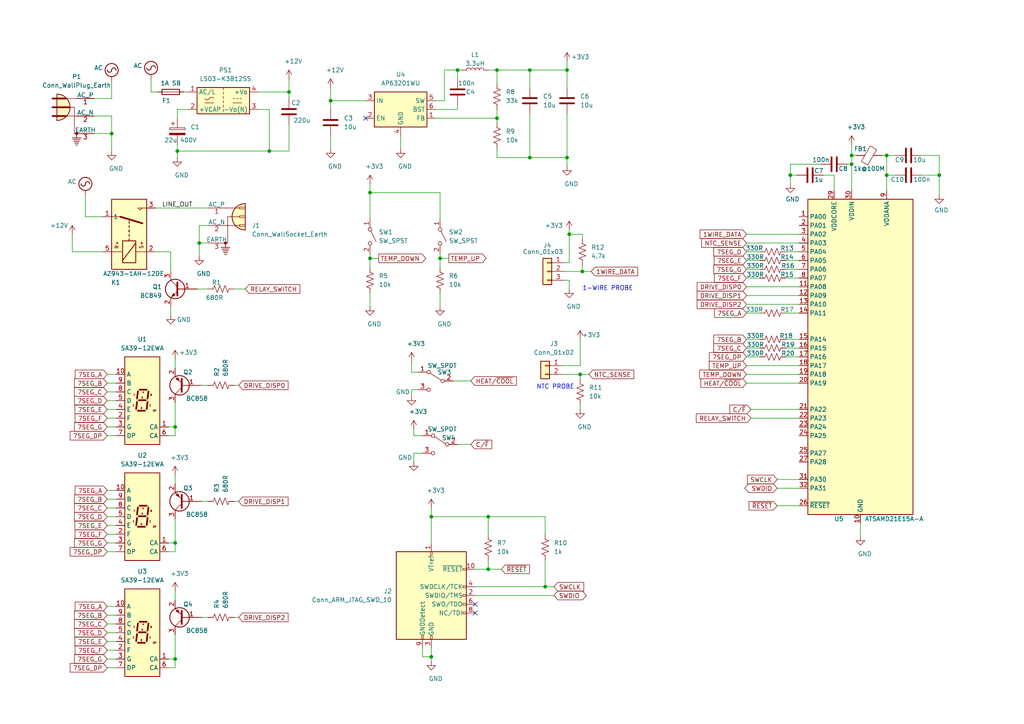
<source format=kicad_sch>
(kicad_sch (version 20201015) (generator eeschema)
  (paper "A4")
  (junction (at 32.385 38.735) (diameter 0.9144))
  (junction (at 50.8 123.825) (diameter 0.9144))
  (junction (at 50.8 157.48) (diameter 0.9144))
  (junction (at 50.8 191.135) (diameter 0.9144))
  (junction (at 51.435 43.815) (diameter 0.9144))
  (junction (at 57.785 70.485) (diameter 0.9144))
  (junction (at 78.105 43.815) (diameter 0.9144))
  (junction (at 83.82 26.67) (diameter 0.9144))
  (junction (at 95.885 29.21) (diameter 0.9144))
  (junction (at 107.315 55.88) (diameter 0.9144))
  (junction (at 107.315 74.93) (diameter 0.9144))
  (junction (at 125.095 149.86) (diameter 0.9144))
  (junction (at 125.095 190.5) (diameter 0.9144))
  (junction (at 127.635 74.93) (diameter 0.9144))
  (junction (at 132.715 20.32) (diameter 0.9144))
  (junction (at 141.605 149.86) (diameter 0.9144))
  (junction (at 141.605 165.1) (diameter 0.9144))
  (junction (at 144.145 20.32) (diameter 0.9144))
  (junction (at 144.145 34.29) (diameter 0.9144))
  (junction (at 153.67 20.32) (diameter 0.9144))
  (junction (at 153.67 45.72) (diameter 0.9144))
  (junction (at 158.115 170.18) (diameter 0.9144))
  (junction (at 164.465 20.32) (diameter 0.9144))
  (junction (at 164.465 45.72) (diameter 0.9144))
  (junction (at 165.1 67.945) (diameter 0.9144))
  (junction (at 168.275 108.585) (diameter 0.9144))
  (junction (at 168.91 78.74) (diameter 0.9144))
  (junction (at 229.235 50.8) (diameter 0.9144))
  (junction (at 247.015 45.085) (diameter 0.9144))
  (junction (at 247.015 47.625) (diameter 0.9144))
  (junction (at 257.175 45.085) (diameter 0.9144))
  (junction (at 257.175 50.8) (diameter 0.9144))
  (junction (at 272.415 50.8) (diameter 0.9144))
  (no_connect (at 106.045 34.29))
  (no_connect (at 137.795 177.8))
  (no_connect (at 137.795 175.26))
  (wire (pts (xy 20.955 73.025) (xy 20.955 67.945)))
  (wire (pts (xy 20.955 73.025) (xy 29.845 73.025)))
  (wire (pts (xy 24.765 56.515) (xy 24.765 62.865)))
  (wire (pts (xy 24.765 62.865) (xy 29.845 62.865)))
  (wire (pts (xy 27.305 33.655) (xy 32.385 33.655)))
  (wire (pts (xy 31.115 108.585) (xy 33.655 108.585)))
  (wire (pts (xy 31.115 111.125) (xy 33.655 111.125)))
  (wire (pts (xy 31.115 113.665) (xy 33.655 113.665)))
  (wire (pts (xy 31.115 116.205) (xy 33.655 116.205)))
  (wire (pts (xy 31.115 118.745) (xy 33.655 118.745)))
  (wire (pts (xy 31.115 121.285) (xy 33.655 121.285)))
  (wire (pts (xy 31.115 123.825) (xy 33.655 123.825)))
  (wire (pts (xy 31.115 126.365) (xy 33.655 126.365)))
  (wire (pts (xy 31.115 142.24) (xy 33.655 142.24)))
  (wire (pts (xy 31.115 144.78) (xy 33.655 144.78)))
  (wire (pts (xy 31.115 147.32) (xy 33.655 147.32)))
  (wire (pts (xy 31.115 149.86) (xy 33.655 149.86)))
  (wire (pts (xy 31.115 152.4) (xy 33.655 152.4)))
  (wire (pts (xy 31.115 154.94) (xy 33.655 154.94)))
  (wire (pts (xy 31.115 157.48) (xy 33.655 157.48)))
  (wire (pts (xy 31.115 160.02) (xy 33.655 160.02)))
  (wire (pts (xy 31.115 175.895) (xy 33.655 175.895)))
  (wire (pts (xy 31.115 178.435) (xy 33.655 178.435)))
  (wire (pts (xy 31.115 180.975) (xy 33.655 180.975)))
  (wire (pts (xy 31.115 183.515) (xy 33.655 183.515)))
  (wire (pts (xy 31.115 186.055) (xy 33.655 186.055)))
  (wire (pts (xy 31.115 188.595) (xy 33.655 188.595)))
  (wire (pts (xy 31.115 191.135) (xy 33.655 191.135)))
  (wire (pts (xy 31.115 193.675) (xy 33.655 193.675)))
  (wire (pts (xy 32.385 23.495) (xy 32.385 28.575)))
  (wire (pts (xy 32.385 28.575) (xy 27.305 28.575)))
  (wire (pts (xy 32.385 33.655) (xy 32.385 38.735)))
  (wire (pts (xy 32.385 38.735) (xy 27.305 38.735)))
  (wire (pts (xy 32.385 43.815) (xy 32.385 38.735)))
  (wire (pts (xy 43.815 22.86) (xy 43.815 26.67)))
  (wire (pts (xy 43.815 26.67) (xy 45.72 26.67)))
  (wire (pts (xy 45.085 60.325) (xy 60.325 60.325)))
  (wire (pts (xy 48.895 123.825) (xy 50.8 123.825)))
  (wire (pts (xy 48.895 126.365) (xy 50.8 126.365)))
  (wire (pts (xy 48.895 157.48) (xy 50.8 157.48)))
  (wire (pts (xy 48.895 160.02) (xy 50.8 160.02)))
  (wire (pts (xy 48.895 191.135) (xy 50.8 191.135)))
  (wire (pts (xy 48.895 193.675) (xy 50.8 193.675)))
  (wire (pts (xy 49.53 73.025) (xy 45.085 73.025)))
  (wire (pts (xy 49.53 78.74) (xy 49.53 73.025)))
  (wire (pts (xy 49.53 88.9) (xy 49.53 91.44)))
  (wire (pts (xy 50.8 104.14) (xy 50.8 106.68)))
  (wire (pts (xy 50.8 116.84) (xy 50.8 123.825)))
  (wire (pts (xy 50.8 123.825) (xy 50.8 126.365)))
  (wire (pts (xy 50.8 137.795) (xy 50.8 140.335)))
  (wire (pts (xy 50.8 150.495) (xy 50.8 157.48)))
  (wire (pts (xy 50.8 157.48) (xy 50.8 160.02)))
  (wire (pts (xy 50.8 171.45) (xy 50.8 173.99)))
  (wire (pts (xy 50.8 184.15) (xy 50.8 191.135)))
  (wire (pts (xy 50.8 191.135) (xy 50.8 193.675)))
  (wire (pts (xy 51.435 31.75) (xy 51.435 34.29)))
  (wire (pts (xy 51.435 41.91) (xy 51.435 43.815)))
  (wire (pts (xy 51.435 43.815) (xy 51.435 45.72)))
  (wire (pts (xy 53.34 26.67) (xy 54.61 26.67)))
  (wire (pts (xy 54.61 31.75) (xy 51.435 31.75)))
  (wire (pts (xy 57.15 83.82) (xy 60.325 83.82)))
  (wire (pts (xy 57.785 65.405) (xy 57.785 70.485)))
  (wire (pts (xy 57.785 70.485) (xy 57.785 74.295)))
  (wire (pts (xy 57.785 70.485) (xy 60.325 70.485)))
  (wire (pts (xy 58.42 111.76) (xy 60.325 111.76)))
  (wire (pts (xy 58.42 145.415) (xy 60.325 145.415)))
  (wire (pts (xy 58.42 179.07) (xy 60.325 179.07)))
  (wire (pts (xy 60.325 65.405) (xy 57.785 65.405)))
  (wire (pts (xy 67.945 83.82) (xy 71.12 83.82)))
  (wire (pts (xy 67.945 111.76) (xy 69.215 111.76)))
  (wire (pts (xy 67.945 145.415) (xy 69.215 145.415)))
  (wire (pts (xy 67.945 179.07) (xy 69.215 179.07)))
  (wire (pts (xy 74.93 26.67) (xy 83.82 26.67)))
  (wire (pts (xy 78.105 31.75) (xy 74.93 31.75)))
  (wire (pts (xy 78.105 31.75) (xy 78.105 43.815)))
  (wire (pts (xy 78.105 43.815) (xy 51.435 43.815)))
  (wire (pts (xy 83.82 22.86) (xy 83.82 26.67)))
  (wire (pts (xy 83.82 28.575) (xy 83.82 26.67)))
  (wire (pts (xy 83.82 36.195) (xy 83.82 43.815)))
  (wire (pts (xy 83.82 43.815) (xy 78.105 43.815)))
  (wire (pts (xy 95.885 25.4) (xy 95.885 29.21)))
  (wire (pts (xy 95.885 29.21) (xy 95.885 31.75)))
  (wire (pts (xy 95.885 29.21) (xy 106.045 29.21)))
  (wire (pts (xy 95.885 39.37) (xy 95.885 43.18)))
  (wire (pts (xy 107.315 53.34) (xy 107.315 55.88)))
  (wire (pts (xy 107.315 55.88) (xy 107.315 63.5)))
  (wire (pts (xy 107.315 55.88) (xy 127.635 55.88)))
  (wire (pts (xy 107.315 73.66) (xy 107.315 74.93)))
  (wire (pts (xy 107.315 74.93) (xy 107.315 77.47)))
  (wire (pts (xy 107.315 74.93) (xy 109.855 74.93)))
  (wire (pts (xy 107.315 85.09) (xy 107.315 88.9)))
  (wire (pts (xy 116.205 39.37) (xy 116.205 43.18)))
  (wire (pts (xy 119.38 104.775) (xy 119.38 107.95)))
  (wire (pts (xy 119.38 107.95) (xy 121.285 107.95)))
  (wire (pts (xy 119.38 113.03) (xy 121.285 113.03)))
  (wire (pts (xy 119.38 114.935) (xy 119.38 113.03)))
  (wire (pts (xy 120.015 124.46) (xy 120.015 126.365)))
  (wire (pts (xy 120.015 126.365) (xy 122.555 126.365)))
  (wire (pts (xy 120.015 131.445) (xy 120.015 133.985)))
  (wire (pts (xy 120.015 131.445) (xy 122.555 131.445)))
  (wire (pts (xy 122.555 187.96) (xy 122.555 190.5)))
  (wire (pts (xy 122.555 190.5) (xy 125.095 190.5)))
  (wire (pts (xy 125.095 147.32) (xy 125.095 149.86)))
  (wire (pts (xy 125.095 149.86) (xy 125.095 157.48)))
  (wire (pts (xy 125.095 149.86) (xy 141.605 149.86)))
  (wire (pts (xy 125.095 187.96) (xy 125.095 190.5)))
  (wire (pts (xy 125.095 190.5) (xy 125.095 191.77)))
  (wire (pts (xy 126.365 31.75) (xy 132.715 31.75)))
  (wire (pts (xy 127.635 55.88) (xy 127.635 63.5)))
  (wire (pts (xy 127.635 73.66) (xy 127.635 74.93)))
  (wire (pts (xy 127.635 74.93) (xy 127.635 77.47)))
  (wire (pts (xy 127.635 74.93) (xy 130.175 74.93)))
  (wire (pts (xy 127.635 85.09) (xy 127.635 88.9)))
  (wire (pts (xy 128.905 20.32) (xy 128.905 29.21)))
  (wire (pts (xy 128.905 29.21) (xy 126.365 29.21)))
  (wire (pts (xy 131.445 110.49) (xy 136.525 110.49)))
  (wire (pts (xy 132.715 20.32) (xy 128.905 20.32)))
  (wire (pts (xy 132.715 20.32) (xy 132.715 22.86)))
  (wire (pts (xy 132.715 30.48) (xy 132.715 31.75)))
  (wire (pts (xy 132.715 128.905) (xy 136.525 128.905)))
  (wire (pts (xy 133.985 20.32) (xy 132.715 20.32)))
  (wire (pts (xy 137.795 165.1) (xy 141.605 165.1)))
  (wire (pts (xy 137.795 170.18) (xy 158.115 170.18)))
  (wire (pts (xy 137.795 172.72) (xy 160.655 172.72)))
  (wire (pts (xy 141.605 20.32) (xy 144.145 20.32)))
  (wire (pts (xy 141.605 149.86) (xy 141.605 154.94)))
  (wire (pts (xy 141.605 149.86) (xy 158.115 149.86)))
  (wire (pts (xy 141.605 162.56) (xy 141.605 165.1)))
  (wire (pts (xy 141.605 165.1) (xy 145.415 165.1)))
  (wire (pts (xy 144.145 20.32) (xy 153.67 20.32)))
  (wire (pts (xy 144.145 24.13) (xy 144.145 20.32)))
  (wire (pts (xy 144.145 31.75) (xy 144.145 34.29)))
  (wire (pts (xy 144.145 34.29) (xy 126.365 34.29)))
  (wire (pts (xy 144.145 34.29) (xy 144.145 35.56)))
  (wire (pts (xy 144.145 45.72) (xy 144.145 43.18)))
  (wire (pts (xy 153.67 20.32) (xy 153.67 25.4)))
  (wire (pts (xy 153.67 20.32) (xy 164.465 20.32)))
  (wire (pts (xy 153.67 33.02) (xy 153.67 45.72)))
  (wire (pts (xy 153.67 45.72) (xy 144.145 45.72)))
  (wire (pts (xy 158.115 154.94) (xy 158.115 149.86)))
  (wire (pts (xy 158.115 162.56) (xy 158.115 170.18)))
  (wire (pts (xy 158.115 170.18) (xy 160.655 170.18)))
  (wire (pts (xy 163.195 106.045) (xy 168.275 106.045)))
  (wire (pts (xy 164.465 17.78) (xy 164.465 20.32)))
  (wire (pts (xy 164.465 20.32) (xy 164.465 25.4)))
  (wire (pts (xy 164.465 33.02) (xy 164.465 45.72)))
  (wire (pts (xy 164.465 45.72) (xy 153.67 45.72)))
  (wire (pts (xy 164.465 45.72) (xy 164.465 48.26)))
  (wire (pts (xy 165.1 66.675) (xy 165.1 67.945)))
  (wire (pts (xy 165.1 67.945) (xy 165.1 76.2)))
  (wire (pts (xy 165.1 67.945) (xy 168.91 67.945)))
  (wire (pts (xy 165.1 76.2) (xy 163.83 76.2)))
  (wire (pts (xy 165.1 81.28) (xy 163.83 81.28)))
  (wire (pts (xy 165.1 83.82) (xy 165.1 81.28)))
  (wire (pts (xy 168.275 98.425) (xy 168.275 106.045)))
  (wire (pts (xy 168.275 108.585) (xy 163.195 108.585)))
  (wire (pts (xy 168.275 108.585) (xy 170.815 108.585)))
  (wire (pts (xy 168.275 109.855) (xy 168.275 108.585)))
  (wire (pts (xy 168.275 117.475) (xy 168.275 118.745)))
  (wire (pts (xy 168.91 69.215) (xy 168.91 67.945)))
  (wire (pts (xy 168.91 76.835) (xy 168.91 78.74)))
  (wire (pts (xy 168.91 78.74) (xy 163.83 78.74)))
  (wire (pts (xy 168.91 78.74) (xy 171.45 78.74)))
  (wire (pts (xy 216.535 67.945) (xy 231.775 67.945)))
  (wire (pts (xy 216.535 70.485) (xy 231.775 70.485)))
  (wire (pts (xy 216.535 73.025) (xy 220.345 73.025)))
  (wire (pts (xy 216.535 75.565) (xy 220.345 75.565)))
  (wire (pts (xy 216.535 78.105) (xy 220.345 78.105)))
  (wire (pts (xy 216.535 80.645) (xy 220.345 80.645)))
  (wire (pts (xy 216.535 83.185) (xy 231.775 83.185)))
  (wire (pts (xy 216.535 85.725) (xy 231.775 85.725)))
  (wire (pts (xy 216.535 88.265) (xy 231.775 88.265)))
  (wire (pts (xy 216.535 90.805) (xy 220.345 90.805)))
  (wire (pts (xy 216.535 98.425) (xy 220.345 98.425)))
  (wire (pts (xy 216.535 100.965) (xy 220.345 100.965)))
  (wire (pts (xy 216.535 103.505) (xy 220.345 103.505)))
  (wire (pts (xy 216.535 106.045) (xy 231.775 106.045)))
  (wire (pts (xy 216.535 108.585) (xy 231.775 108.585)))
  (wire (pts (xy 216.535 111.125) (xy 231.775 111.125)))
  (wire (pts (xy 217.805 118.745) (xy 231.775 118.745)))
  (wire (pts (xy 217.805 121.285) (xy 231.775 121.285)))
  (wire (pts (xy 225.425 139.065) (xy 231.775 139.065)))
  (wire (pts (xy 225.425 141.605) (xy 231.775 141.605)))
  (wire (pts (xy 225.425 146.685) (xy 231.775 146.685)))
  (wire (pts (xy 227.965 73.025) (xy 231.775 73.025)))
  (wire (pts (xy 227.965 75.565) (xy 231.775 75.565)))
  (wire (pts (xy 227.965 78.105) (xy 231.775 78.105)))
  (wire (pts (xy 227.965 80.645) (xy 231.775 80.645)))
  (wire (pts (xy 227.965 90.805) (xy 231.775 90.805)))
  (wire (pts (xy 227.965 98.425) (xy 231.775 98.425)))
  (wire (pts (xy 227.965 100.965) (xy 231.775 100.965)))
  (wire (pts (xy 227.965 103.505) (xy 231.775 103.505)))
  (wire (pts (xy 229.235 47.625) (xy 229.235 50.8)))
  (wire (pts (xy 229.235 50.8) (xy 231.14 50.8)))
  (wire (pts (xy 229.235 53.34) (xy 229.235 50.8)))
  (wire (pts (xy 238.125 47.625) (xy 229.235 47.625)))
  (wire (pts (xy 241.935 50.8) (xy 238.76 50.8)))
  (wire (pts (xy 241.935 55.245) (xy 241.935 50.8)))
  (wire (pts (xy 245.745 47.625) (xy 247.015 47.625)))
  (wire (pts (xy 247.015 41.91) (xy 247.015 45.085)))
  (wire (pts (xy 247.015 45.085) (xy 247.015 47.625)))
  (wire (pts (xy 247.015 45.085) (xy 248.285 45.085)))
  (wire (pts (xy 247.015 47.625) (xy 247.015 55.245)))
  (wire (pts (xy 249.555 151.765) (xy 249.555 155.575)))
  (wire (pts (xy 255.905 45.085) (xy 257.175 45.085)))
  (wire (pts (xy 257.175 45.085) (xy 259.715 45.085)))
  (wire (pts (xy 257.175 50.8) (xy 257.175 45.085)))
  (wire (pts (xy 257.175 50.8) (xy 259.715 50.8)))
  (wire (pts (xy 257.175 55.245) (xy 257.175 50.8)))
  (wire (pts (xy 267.335 45.085) (xy 272.415 45.085)))
  (wire (pts (xy 272.415 45.085) (xy 272.415 50.8)))
  (wire (pts (xy 272.415 50.8) (xy 267.335 50.8)))
  (wire (pts (xy 272.415 56.515) (xy 272.415 50.8)))
  (text "NTC PROBE" (at 155.575 113.03 0) (effects (font (size 1.27 1.27)) (justify left bottom)))
  (text "1-WIRE PROBE" (at 168.91 84.455 0) (effects (font (size 1.27 1.27)) (justify left bottom)))
  (label "LINE_OUT" (at 55.88 60.325 180))
  (global_label "7SEG_A" (shape input) (at 31.115 108.585 180) (property "Intersheet References" "${INTERSHEET_REFS}" (effects hide)))
  (global_label "7SEG_B" (shape input) (at 31.115 111.125 180) (property "Intersheet References" "${INTERSHEET_REFS}" (effects hide)))
  (global_label "7SEG_C" (shape input) (at 31.115 113.665 180) (property "Intersheet References" "${INTERSHEET_REFS}" (effects hide)))
  (global_label "7SEG_D" (shape input) (at 31.115 116.205 180) (property "Intersheet References" "${INTERSHEET_REFS}" (effects hide)))
  (global_label "7SEG_E" (shape input) (at 31.115 118.745 180) (property "Intersheet References" "${INTERSHEET_REFS}" (effects hide)))
  (global_label "7SEG_F" (shape input) (at 31.115 121.285 180) (property "Intersheet References" "${INTERSHEET_REFS}" (effects hide)))
  (global_label "7SEG_G" (shape input) (at 31.115 123.825 180) (property "Intersheet References" "${INTERSHEET_REFS}" (effects hide)))
  (global_label "7SEG_DP" (shape input) (at 31.115 126.365 180) (property "Intersheet References" "${INTERSHEET_REFS}" (effects hide)))
  (global_label "7SEG_A" (shape input) (at 31.115 142.24 180) (property "Intersheet References" "${INTERSHEET_REFS}" (effects hide)))
  (global_label "7SEG_B" (shape input) (at 31.115 144.78 180) (property "Intersheet References" "${INTERSHEET_REFS}" (effects hide)))
  (global_label "7SEG_C" (shape input) (at 31.115 147.32 180) (property "Intersheet References" "${INTERSHEET_REFS}" (effects hide)))
  (global_label "7SEG_D" (shape input) (at 31.115 149.86 180) (property "Intersheet References" "${INTERSHEET_REFS}" (effects hide)))
  (global_label "7SEG_E" (shape input) (at 31.115 152.4 180) (property "Intersheet References" "${INTERSHEET_REFS}" (effects hide)))
  (global_label "7SEG_F" (shape input) (at 31.115 154.94 180) (property "Intersheet References" "${INTERSHEET_REFS}" (effects hide)))
  (global_label "7SEG_G" (shape input) (at 31.115 157.48 180) (property "Intersheet References" "${INTERSHEET_REFS}" (effects hide)))
  (global_label "7SEG_DP" (shape input) (at 31.115 160.02 180) (property "Intersheet References" "${INTERSHEET_REFS}" (effects hide)))
  (global_label "7SEG_A" (shape input) (at 31.115 175.895 180) (property "Intersheet References" "${INTERSHEET_REFS}" (effects hide)))
  (global_label "7SEG_B" (shape input) (at 31.115 178.435 180) (property "Intersheet References" "${INTERSHEET_REFS}" (effects hide)))
  (global_label "7SEG_C" (shape input) (at 31.115 180.975 180) (property "Intersheet References" "${INTERSHEET_REFS}" (effects hide)))
  (global_label "7SEG_D" (shape input) (at 31.115 183.515 180) (property "Intersheet References" "${INTERSHEET_REFS}" (effects hide)))
  (global_label "7SEG_E" (shape input) (at 31.115 186.055 180) (property "Intersheet References" "${INTERSHEET_REFS}" (effects hide)))
  (global_label "7SEG_F" (shape input) (at 31.115 188.595 180) (property "Intersheet References" "${INTERSHEET_REFS}" (effects hide)))
  (global_label "7SEG_G" (shape input) (at 31.115 191.135 180) (property "Intersheet References" "${INTERSHEET_REFS}" (effects hide)))
  (global_label "7SEG_DP" (shape input) (at 31.115 193.675 180) (property "Intersheet References" "${INTERSHEET_REFS}" (effects hide)))
  (global_label "DRIVE_DISP0" (shape input) (at 69.215 111.76 0) (property "Intersheet References" "${INTERSHEET_REFS}" (effects hide)))
  (global_label "DRIVE_DISP1" (shape input) (at 69.215 145.415 0) (property "Intersheet References" "${INTERSHEET_REFS}" (effects hide)))
  (global_label "DRIVE_DISP2" (shape input) (at 69.215 179.07 0) (property "Intersheet References" "${INTERSHEET_REFS}" (effects hide)))
  (global_label "RELAY_SWITCH" (shape input) (at 71.12 83.82 0) (property "Intersheet References" "${INTERSHEET_REFS}" (effects hide)))
  (global_label "TEMP_DOWN" (shape output) (at 109.855 74.93 0) (property "Intersheet References" "${INTERSHEET_REFS}" (effects hide)))
  (global_label "TEMP_UP" (shape output) (at 130.175 74.93 0) (property "Intersheet References" "${INTERSHEET_REFS}" (effects hide)))
  (global_label "HEAT{slash}~COOL" (shape input) (at 136.525 110.49 0) (property "Intersheet References" "${INTERSHEET_REFS}" (effects hide)))
  (global_label "C{slash}~F" (shape input) (at 136.525 128.905 0) (property "Intersheet References" "${INTERSHEET_REFS}" (effects hide)))
  (global_label "~RESET" (shape input) (at 145.415 165.1 0) (property "Intersheet References" "${INTERSHEET_REFS}" (effects hide)))
  (global_label "SWCLK" (shape input) (at 160.655 170.18 0) (property "Intersheet References" "${INTERSHEET_REFS}" (effects hide)))
  (global_label "SWDIO" (shape bidirectional) (at 160.655 172.72 0) (property "Intersheet References" "${INTERSHEET_REFS}" (effects hide)))
  (global_label "NTC_SENSE" (shape input) (at 170.815 108.585 0) (property "Intersheet References" "${INTERSHEET_REFS}" (effects hide)))
  (global_label "1WIRE_DATA" (shape input) (at 171.45 78.74 0) (property "Intersheet References" "${INTERSHEET_REFS}" (effects hide)))
  (global_label "1WIRE_DATA" (shape input) (at 216.535 67.945 180) (property "Intersheet References" "${INTERSHEET_REFS}" (effects hide)))
  (global_label "NTC_SENSE" (shape input) (at 216.535 70.485 180) (property "Intersheet References" "${INTERSHEET_REFS}" (effects hide)))
  (global_label "7SEG_D" (shape input) (at 216.535 73.025 180) (property "Intersheet References" "${INTERSHEET_REFS}" (effects hide)))
  (global_label "7SEG_E" (shape input) (at 216.535 75.565 180) (property "Intersheet References" "${INTERSHEET_REFS}" (effects hide)))
  (global_label "7SEG_G" (shape input) (at 216.535 78.105 180) (property "Intersheet References" "${INTERSHEET_REFS}" (effects hide)))
  (global_label "7SEG_F" (shape input) (at 216.535 80.645 180) (property "Intersheet References" "${INTERSHEET_REFS}" (effects hide)))
  (global_label "DRIVE_DISP0" (shape input) (at 216.535 83.185 180) (property "Intersheet References" "${INTERSHEET_REFS}" (effects hide)))
  (global_label "DRIVE_DISP1" (shape input) (at 216.535 85.725 180) (property "Intersheet References" "${INTERSHEET_REFS}" (effects hide)))
  (global_label "DRIVE_DISP2" (shape input) (at 216.535 88.265 180) (property "Intersheet References" "${INTERSHEET_REFS}" (effects hide)))
  (global_label "7SEG_A" (shape input) (at 216.535 90.805 180) (property "Intersheet References" "${INTERSHEET_REFS}" (effects hide)))
  (global_label "7SEG_B" (shape input) (at 216.535 98.425 180) (property "Intersheet References" "${INTERSHEET_REFS}" (effects hide)))
  (global_label "7SEG_C" (shape input) (at 216.535 100.965 180) (property "Intersheet References" "${INTERSHEET_REFS}" (effects hide)))
  (global_label "7SEG_DP" (shape input) (at 216.535 103.505 180) (property "Intersheet References" "${INTERSHEET_REFS}" (effects hide)))
  (global_label "TEMP_UP" (shape input) (at 216.535 106.045 180) (property "Intersheet References" "${INTERSHEET_REFS}" (effects hide)))
  (global_label "TEMP_DOWN" (shape input) (at 216.535 108.585 180) (property "Intersheet References" "${INTERSHEET_REFS}" (effects hide)))
  (global_label "HEAT{slash}~COOL" (shape input) (at 216.535 111.125 180) (property "Intersheet References" "${INTERSHEET_REFS}" (effects hide)))
  (global_label "C{slash}~F" (shape input) (at 217.805 118.745 180) (property "Intersheet References" "${INTERSHEET_REFS}" (effects hide)))
  (global_label "RELAY_SWITCH" (shape input) (at 217.805 121.285 180) (property "Intersheet References" "${INTERSHEET_REFS}" (effects hide)))
  (global_label "SWCLK" (shape input) (at 225.425 139.065 180) (property "Intersheet References" "${INTERSHEET_REFS}" (effects hide)))
  (global_label "SWDIO" (shape bidirectional) (at 225.425 141.605 180) (property "Intersheet References" "${INTERSHEET_REFS}" (effects hide)))
  (global_label "~RESET" (shape input) (at 225.425 146.685 180) (property "Intersheet References" "${INTERSHEET_REFS}" (effects hide)))
  (symbol (lib_id "power:+12V") (at 20.955 67.945 0) (mirror y) (unit 1)
    (property "Reference" "#PWR01" (effects hide))
    (property "Value" "+12V" (at 17.145 65.405 0))
  )
  (symbol (lib_id "power:+3V3") (at 50.8 104.14 0) (unit 1)
    (property "Reference" "#PWR09" (effects hide))
    (property "Value" "+3V3" (at 54.61 102.235 0))
  )
  (symbol (lib_id "power:+3V3") (at 50.8 137.795 0) (unit 1)
    (property "Reference" "#PWR010" (effects hide))
    (property "Value" "+3V3" (at 52.07 132.715 0))
  )
  (symbol (lib_id "power:+3V3") (at 50.8 171.45 0) (unit 1)
    (property "Reference" "#PWR011" (effects hide))
    (property "Value" "+3V3" (at 52.07 166.37 0))
  )
  (symbol (lib_id "power:+12V") (at 83.82 22.86 0) (unit 1)
    (property "Reference" "#PWR012" (effects hide))
    (property "Value" "+12V" (at 85.09 17.78 0))
  )
  (symbol (lib_id "power:+12V") (at 95.885 25.4 0) (unit 1)
    (property "Reference" "#PWR013" (effects hide))
    (property "Value" "+12V" (at 97.155 20.32 0))
  )
  (symbol (lib_id "power:+3V3") (at 107.315 53.34 0) (unit 1)
    (property "Reference" "#PWR015" (effects hide))
    (property "Value" "+3V3" (at 108.585 48.26 0))
  )
  (symbol (lib_id "power:+3V3") (at 119.38 104.775 0) (unit 1)
    (property "Reference" "#PWR0102" (effects hide))
    (property "Value" "+3V3" (at 120.65 99.695 0))
  )
  (symbol (lib_id "power:+3V3") (at 120.015 124.46 0) (unit 1)
    (property "Reference" "#PWR0103" (effects hide))
    (property "Value" "+3V3" (at 121.285 119.38 0))
  )
  (symbol (lib_id "power:+3V3") (at 125.095 147.32 0) (unit 1)
    (property "Reference" "#PWR018" (effects hide))
    (property "Value" "+3V3" (at 126.365 142.24 0))
  )
  (symbol (lib_id "power:+3V3") (at 164.465 17.78 0) (unit 1)
    (property "Reference" "#PWR021" (effects hide))
    (property "Value" "+3V3" (at 168.275 16.51 0))
  )
  (symbol (lib_id "power:+3V3") (at 165.1 66.675 0) (unit 1)
    (property "Reference" "#PWR023" (effects hide))
    (property "Value" "+3V3" (at 160.655 65.405 0))
  )
  (symbol (lib_id "power:+3V3") (at 168.275 98.425 0) (unit 1)
    (property "Reference" "#PWR025" (effects hide))
    (property "Value" "+3V3" (at 171.45 97.155 0))
  )
  (symbol (lib_id "power:+3V3") (at 247.015 41.91 0) (unit 1)
    (property "Reference" "#PWR028" (effects hide))
    (property "Value" "+3V3" (at 248.285 36.83 0))
  )
  (symbol (lib_id "Device:L") (at 137.795 20.32 90) (unit 1)
    (property "Reference" "L1" (at 137.795 15.875 90))
    (property "Value" "3.3uH" (at 137.795 18.415 90))
    (property "Footprint" "Inductor_SMD:L_0805_2012Metric_Pad1.15x1.40mm_HandSolder" (effects hide))
    (property "Digikey-PN" "445-6759-1-ND" (effects hide))
  )
  (symbol (lib_id "power:GND") (at 32.385 43.815 0) (unit 1)
    (property "Reference" "#PWR04" (effects hide))
    (property "Value" "GND" (at 33.655 48.895 0))
  )
  (symbol (lib_id "power:GND") (at 49.53 91.44 0) (unit 1)
    (property "Reference" "#PWR06" (effects hide))
    (property "Value" "GND" (at 53.34 92.71 0))
  )
  (symbol (lib_id "power:GND") (at 51.435 45.72 0) (unit 1)
    (property "Reference" "#PWR07" (effects hide))
    (property "Value" "GND" (at 52.705 50.8 0))
  )
  (symbol (lib_id "power:GND") (at 57.785 74.295 0) (unit 1)
    (property "Reference" "#PWR08" (effects hide))
    (property "Value" "GND" (at 59.055 79.375 0))
  )
  (symbol (lib_id "power:GND") (at 95.885 43.18 0) (unit 1)
    (property "Reference" "#PWR014" (effects hide))
    (property "Value" "GND" (at 97.155 48.26 0))
  )
  (symbol (lib_id "power:GND") (at 107.315 88.9 0) (unit 1)
    (property "Reference" "#PWR016" (effects hide))
    (property "Value" "GND" (at 108.585 93.98 0))
  )
  (symbol (lib_id "power:GND") (at 116.205 43.18 0) (unit 1)
    (property "Reference" "#PWR017" (effects hide))
    (property "Value" "GND" (at 117.475 48.26 0))
  )
  (symbol (lib_id "power:GND") (at 119.38 114.935 0) (unit 1)
    (property "Reference" "#PWR0101" (effects hide))
    (property "Value" "GND" (at 116.84 113.665 0))
  )
  (symbol (lib_id "power:GND") (at 120.015 133.985 0) (unit 1)
    (property "Reference" "#PWR0104" (effects hide))
    (property "Value" "GND" (at 117.475 132.715 0))
  )
  (symbol (lib_id "power:GND") (at 125.095 191.77 0) (unit 1)
    (property "Reference" "#PWR019" (effects hide))
    (property "Value" "GND" (at 126.365 196.85 0))
  )
  (symbol (lib_id "power:GND") (at 127.635 88.9 0) (unit 1)
    (property "Reference" "#PWR020" (effects hide))
    (property "Value" "GND" (at 128.905 93.98 0))
  )
  (symbol (lib_id "power:GND") (at 164.465 48.26 0) (unit 1)
    (property "Reference" "#PWR022" (effects hide))
    (property "Value" "GND" (at 165.735 53.34 0))
  )
  (symbol (lib_id "power:GND") (at 165.1 83.82 0) (unit 1)
    (property "Reference" "#PWR024" (effects hide))
    (property "Value" "GND" (at 166.37 88.9 0))
  )
  (symbol (lib_id "power:GND") (at 168.275 118.745 0) (unit 1)
    (property "Reference" "#PWR026" (effects hide))
    (property "Value" "GND" (at 169.545 123.825 0))
  )
  (symbol (lib_id "power:GND") (at 229.235 53.34 0) (unit 1)
    (property "Reference" "#PWR027" (effects hide))
    (property "Value" "GND" (at 229.87 57.785 0))
  )
  (symbol (lib_id "power:GND") (at 249.555 155.575 0) (unit 1)
    (property "Reference" "#PWR029" (effects hide))
    (property "Value" "GND" (at 250.825 160.655 0))
  )
  (symbol (lib_id "power:GND") (at 272.415 56.515 0) (unit 1)
    (property "Reference" "#PWR030" (effects hide))
    (property "Value" "GND" (at 273.05 60.96 0))
  )
  (symbol (lib_id "Device:Fuse") (at 49.53 26.67 90) (unit 1)
    (property "Reference" "F1" (at 48.26 29.21 90))
    (property "Value" "1A SB" (at 49.53 24.13 90))
    (property "Footprint" "ben_parts:0697H1000-02" (effects hide))
    (property "Digikey-PN" "507-1927-1-ND" (effects hide))
  )
  (symbol (lib_id "Device:R_US") (at 64.135 83.82 90) (unit 1)
    (property "Reference" "R1" (at 64.135 81.915 90) (effects (justify left)))
    (property "Value" "680R" (at 64.77 86.36 90) (effects (justify left)))
    (property "Footprint" "Resistor_SMD:R_0603_1608Metric_Pad0.98x0.95mm_HandSolder" (effects hide))
    (property "Digikey-PN" "RR08P680DCT-ND" (effects hide))
  )
  (symbol (lib_id "Device:R_US") (at 64.135 111.76 90) (unit 1)
    (property "Reference" "R2" (at 62.865 109.22 0) (effects (justify left)))
    (property "Value" "680R" (at 65.405 109.22 0) (effects (justify left)))
    (property "Footprint" "Resistor_SMD:R_0603_1608Metric_Pad0.98x0.95mm_HandSolder" (effects hide))
    (property "Digikey-PN" "RR08P680DCT-ND" (effects hide))
  )
  (symbol (lib_id "Device:R_US") (at 64.135 145.415 90) (unit 1)
    (property "Reference" "R3" (at 62.865 142.875 0) (effects (justify left)))
    (property "Value" "680R" (at 65.405 142.875 0) (effects (justify left)))
    (property "Footprint" "Resistor_SMD:R_0603_1608Metric_Pad0.98x0.95mm_HandSolder" (effects hide))
    (property "Digikey-PN" "RR08P680DCT-ND" (effects hide))
  )
  (symbol (lib_id "Device:R_US") (at 64.135 179.07 90) (unit 1)
    (property "Reference" "R4" (at 62.865 176.53 0) (effects (justify left)))
    (property "Value" "680R" (at 65.405 176.53 0) (effects (justify left)))
    (property "Footprint" "Resistor_SMD:R_0603_1608Metric_Pad0.98x0.95mm_HandSolder" (effects hide))
    (property "Digikey-PN" "RR08P680DCT-ND" (effects hide))
  )
  (symbol (lib_id "Device:R_US") (at 107.315 81.28 0) (unit 1)
    (property "Reference" "R5" (at 109.855 80.01 0) (effects (justify left)))
    (property "Value" "10k" (at 109.855 82.55 0) (effects (justify left)))
    (property "Footprint" "Resistor_SMD:R_0603_1608Metric_Pad0.98x0.95mm_HandSolder" (effects hide))
    (property "Digikey-PN" "RR08P10.0KDCT-ND" (effects hide))
  )
  (symbol (lib_id "Device:R_US") (at 127.635 81.28 0) (unit 1)
    (property "Reference" "R6" (at 130.175 80.01 0) (effects (justify left)))
    (property "Value" "10k" (at 130.175 82.55 0) (effects (justify left)))
    (property "Footprint" "Resistor_SMD:R_0603_1608Metric_Pad0.98x0.95mm_HandSolder" (effects hide))
    (property "Digikey-PN" "RR08P10.0KDCT-ND" (effects hide))
  )
  (symbol (lib_id "Device:R_US") (at 141.605 158.75 0) (unit 1)
    (property "Reference" "R7" (at 144.145 157.48 0) (effects (justify left)))
    (property "Value" "10k" (at 144.145 160.02 0) (effects (justify left)))
    (property "Footprint" "Resistor_SMD:R_0603_1608Metric_Pad0.98x0.95mm_HandSolder" (effects hide))
    (property "Digikey-PN" "RR08P10.0KDCT-ND" (effects hide))
  )
  (symbol (lib_id "Device:R_US") (at 144.145 27.94 0) (unit 1)
    (property "Reference" "R8" (at 146.685 26.67 0) (effects (justify left)))
    (property "Value" "33k" (at 146.685 29.21 0) (effects (justify left)))
    (property "Footprint" "Resistor_SMD:R_0603_1608Metric_Pad0.98x0.95mm_HandSolder" (effects hide))
    (property "Digikey-PN" "311-33.0KHRCT-ND" (effects hide))
  )
  (symbol (lib_id "Device:R_US") (at 144.145 39.37 0) (unit 1)
    (property "Reference" "R9" (at 146.685 38.1 0) (effects (justify left)))
    (property "Value" "10k" (at 146.685 40.64 0) (effects (justify left)))
    (property "Footprint" "Resistor_SMD:R_0603_1608Metric_Pad0.98x0.95mm_HandSolder" (effects hide))
    (property "Digikey-PN" "RR08P10.0KDCT-ND" (effects hide))
  )
  (symbol (lib_id "Device:R_US") (at 158.115 158.75 0) (unit 1)
    (property "Reference" "R10" (at 160.655 157.48 0) (effects (justify left)))
    (property "Value" "1k" (at 160.655 160.02 0) (effects (justify left)))
    (property "Footprint" "Resistor_SMD:R_0603_1608Metric_Pad0.98x0.95mm_HandSolder" (effects hide))
    (property "Digikey-PN" "RR08P1.0KDCT-ND" (effects hide))
  )
  (symbol (lib_id "Device:R_US") (at 168.275 113.665 0) (unit 1)
    (property "Reference" "R11" (at 170.815 112.395 0) (effects (justify left)))
    (property "Value" "10k" (at 170.815 114.935 0) (effects (justify left)))
    (property "Footprint" "Resistor_SMD:R_0603_1608Metric_Pad0.98x0.95mm_HandSolder" (effects hide))
    (property "Digikey-PN" "RR08P10.0KDCT-ND" (effects hide))
  )
  (symbol (lib_id "Device:R_US") (at 168.91 73.025 0) (unit 1)
    (property "Reference" "R12" (at 171.45 71.755 0) (effects (justify left)))
    (property "Value" "4.7k" (at 171.45 74.295 0) (effects (justify left)))
    (property "Footprint" "Resistor_SMD:R_0603_1608Metric_Pad0.98x0.95mm_HandSolder" (effects hide))
    (property "Digikey-PN" "311-4.70KHRCT-ND" (effects hide))
  )
  (symbol (lib_id "Device:R_US") (at 224.155 73.025 90) (unit 1)
    (property "Reference" "R13" (at 230.251 72.009 90) (effects (justify left)))
    (property "Value" "330R" (at 221.361 72.009 90) (effects (justify left)))
    (property "Footprint" "Resistor_SMD:R_0603_1608Metric_Pad0.98x0.95mm_HandSolder" (effects hide))
    (property "Digikey-PN" "311-330HRCT-ND" (effects hide))
  )
  (symbol (lib_id "Device:R_US") (at 224.155 75.565 90) (unit 1)
    (property "Reference" "R14" (at 230.251 74.549 90) (effects (justify left)))
    (property "Value" "330R" (at 221.615 74.549 90) (effects (justify left)))
    (property "Footprint" "Resistor_SMD:R_0603_1608Metric_Pad0.98x0.95mm_HandSolder" (effects hide))
    (property "Digikey-PN" "311-330HRCT-ND" (effects hide))
  )
  (symbol (lib_id "Device:R_US") (at 224.155 78.105 90) (unit 1)
    (property "Reference" "R16" (at 230.505 77.089 90) (effects (justify left)))
    (property "Value" "330R" (at 221.615 77.089 90) (effects (justify left)))
    (property "Footprint" "Resistor_SMD:R_0603_1608Metric_Pad0.98x0.95mm_HandSolder" (effects hide))
    (property "Digikey-PN" "311-330HRCT-ND" (effects hide))
  )
  (symbol (lib_id "Device:R_US") (at 224.155 80.645 90) (unit 1)
    (property "Reference" "R15" (at 230.251 79.629 90) (effects (justify left)))
    (property "Value" "330R" (at 221.615 79.629 90) (effects (justify left)))
    (property "Footprint" "Resistor_SMD:R_0603_1608Metric_Pad0.98x0.95mm_HandSolder" (effects hide))
    (property "Digikey-PN" "311-330HRCT-ND" (effects hide))
  )
  (symbol (lib_id "Device:R_US") (at 224.155 90.805 90) (unit 1)
    (property "Reference" "R17" (at 230.251 89.789 90) (effects (justify left)))
    (property "Value" "330R" (at 221.361 89.789 90) (effects (justify left)))
    (property "Footprint" "Resistor_SMD:R_0603_1608Metric_Pad0.98x0.95mm_HandSolder" (effects hide))
    (property "Digikey-PN" "311-330HRCT-ND" (effects hide))
  )
  (symbol (lib_id "Device:R_US") (at 224.155 98.425 90) (unit 1)
    (property "Reference" "R18" (at 229.997 97.409 90) (effects (justify left)))
    (property "Value" "330R" (at 221.615 97.409 90) (effects (justify left)))
    (property "Footprint" "Resistor_SMD:R_0603_1608Metric_Pad0.98x0.95mm_HandSolder" (effects hide))
    (property "Digikey-PN" "311-330HRCT-ND" (effects hide))
  )
  (symbol (lib_id "Device:R_US") (at 224.155 100.965 90) (unit 1)
    (property "Reference" "R19" (at 230.505 99.949 90) (effects (justify left)))
    (property "Value" "330R" (at 221.615 99.949 90) (effects (justify left)))
    (property "Footprint" "Resistor_SMD:R_0603_1608Metric_Pad0.98x0.95mm_HandSolder" (effects hide))
    (property "Digikey-PN" "311-330HRCT-ND" (effects hide))
  )
  (symbol (lib_id "Device:R_US") (at 224.155 103.505 90) (unit 1)
    (property "Reference" "R20" (at 230.505 102.489 90) (effects (justify left)))
    (property "Value" "330R" (at 221.615 102.489 90) (effects (justify left)))
    (property "Footprint" "Resistor_SMD:R_0603_1608Metric_Pad0.98x0.95mm_HandSolder" (effects hide))
    (property "Digikey-PN" "311-330HRCT-ND" (effects hide))
  )
  (symbol (lib_id "power:AC") (at 24.765 56.515 0) (mirror y) (unit 1)
    (property "Reference" "#PWR02" (effects hide))
    (property "Value" "AC" (at 20.955 52.705 0))
  )
  (symbol (lib_id "power:AC") (at 32.385 23.495 0) (mirror y) (unit 1)
    (property "Reference" "#PWR03" (effects hide))
    (property "Value" "AC" (at 28.575 19.685 0))
  )
  (symbol (lib_id "power:AC") (at 43.815 22.86 0) (mirror y) (unit 1)
    (property "Reference" "#PWR05" (effects hide))
    (property "Value" "AC" (at 40.005 19.05 0))
  )
  (symbol (lib_id "Switch:SW_SPST") (at 107.315 68.58 270) (unit 1)
    (property "Reference" "SW1" (at 109.855 67.31 90) (effects (justify left)))
    (property "Value" "SW_SPST" (at 109.855 69.85 90) (effects (justify left)))
    (property "Footprint" "Button_Switch_THT:SW_PUSH_6mm_H13mm" (effects hide))
    (property "Digikey-PN" "450-1642-ND" (effects hide))
  )
  (symbol (lib_id "Switch:SW_SPST") (at 127.635 68.58 270) (unit 1)
    (property "Reference" "SW2" (at 130.175 67.31 90) (effects (justify left)))
    (property "Value" "SW_SPST" (at 130.175 69.85 90) (effects (justify left)))
    (property "Footprint" "Button_Switch_THT:SW_PUSH_6mm_H13mm" (effects hide))
    (property "Digikey-PN" "450-1642-ND" (effects hide))
  )
  (symbol (lib_id "Connector_Generic:Conn_01x02") (at 158.115 106.045 0) (mirror y) (unit 1)
    (property "Reference" "J3" (at 160.655 99.695 0))
    (property "Value" "Conn_01x02" (at 160.655 102.235 0))
    (property "Footprint" "Connector_JST:JST_PH_B2B-PH-K_1x02_P2.00mm_Vertical" (effects hide))
    (property "Digikey-PN" "455-1704-ND" (effects hide))
  )
  (symbol (lib_id "Device:C_Polarized") (at 51.435 38.1 0) (unit 1)
    (property "Reference" "C1" (at 55.245 36.83 0) (effects (justify left)))
    (property "Value" "22u 400V" (at 47.625 40.64 0) (effects (justify left)))
    (property "Footprint" "Capacitor_THT:CP_Radial_D12.5mm_P5.00mm" (effects hide))
    (property "Digikey-PN" "493-5875-ND" (effects hide))
  )
  (symbol (lib_id "Device:C") (at 83.82 32.385 0) (unit 1)
    (property "Reference" "C2" (at 84.455 29.845 0) (effects (justify left)))
    (property "Value" "220u" (at 85.09 34.925 0) (effects (justify left)))
    (property "Footprint" "Capacitor_THT:CP_Radial_D6.3mm_P2.50mm" (effects hide))
    (property "Digikey-PN" "732-8797-1-ND" (effects hide))
  )
  (symbol (lib_id "Device:C") (at 95.885 35.56 0) (unit 1)
    (property "Reference" "C3" (at 99.695 34.29 0) (effects (justify left)))
    (property "Value" "10u" (at 99.695 36.83 0) (effects (justify left)))
    (property "Footprint" "Capacitor_SMD:C_0805_2012Metric_Pad1.18x1.45mm_HandSolder" (effects hide))
    (property "Digikey-PN" "1276-6455-1-ND" (effects hide))
  )
  (symbol (lib_id "Device:C") (at 132.715 26.67 180) (unit 1)
    (property "Reference" "C4" (at 137.795 26.67 0) (effects (justify left)))
    (property "Value" "100n" (at 137.795 24.13 0) (effects (justify left)))
    (property "Footprint" "Capacitor_SMD:C_0603_1608Metric_Pad1.08x0.95mm_HandSolder" (effects hide))
    (property "Digikey-PN" "1276-CL10B104KB8NNNLCT-ND" (effects hide))
  )
  (symbol (lib_id "Device:C") (at 153.67 29.21 0) (unit 1)
    (property "Reference" "C5" (at 157.48 27.94 0) (effects (justify left)))
    (property "Value" "10u" (at 157.48 30.48 0) (effects (justify left)))
    (property "Footprint" "Capacitor_SMD:C_0805_2012Metric_Pad1.18x1.45mm_HandSolder" (effects hide))
    (property "Digikey-PN" "1276-6455-1-ND" (effects hide))
  )
  (symbol (lib_id "Device:C") (at 164.465 29.21 0) (unit 1)
    (property "Reference" "C6" (at 168.275 27.94 0) (effects (justify left)))
    (property "Value" "10u" (at 168.275 30.48 0) (effects (justify left)))
    (property "Footprint" "Capacitor_SMD:C_0805_2012Metric_Pad1.18x1.45mm_HandSolder" (effects hide))
    (property "Digikey-PN" "1276-6455-1-ND" (effects hide))
  )
  (symbol (lib_id "Device:C") (at 234.95 50.8 90) (unit 1)
    (property "Reference" "C7" (at 237.49 49.53 90))
    (property "Value" "1u" (at 237.49 52.07 90))
    (property "Footprint" "Capacitor_SMD:C_0603_1608Metric_Pad1.08x0.95mm_HandSolder" (effects hide))
    (property "Digikey-PN" "1276-1102-1-ND" (effects hide))
  )
  (symbol (lib_id "Device:C") (at 241.935 47.625 270) (unit 1)
    (property "Reference" "C8" (at 243.205 48.895 90) (effects (justify left)))
    (property "Value" "100n" (at 235.585 46.355 90) (effects (justify left)))
    (property "Footprint" "Capacitor_SMD:C_0603_1608Metric_Pad1.08x0.95mm_HandSolder" (effects hide))
    (property "Digikey-PN" "1276-CL10B104KB8NNNLCT-ND" (effects hide))
  )
  (symbol (lib_id "Device:C") (at 263.525 45.085 90) (unit 1)
    (property "Reference" "C9" (at 262.255 46.355 90) (effects (justify left)))
    (property "Value" "10u" (at 268.605 46.355 90) (effects (justify left)))
    (property "Footprint" "Capacitor_SMD:C_0805_2012Metric_Pad1.18x1.45mm_HandSolder" (effects hide))
    (property "Digikey-PN" "1276-6455-1-ND" (effects hide))
  )
  (symbol (lib_id "Device:C") (at 263.525 50.8 90) (unit 1)
    (property "Reference" "C10" (at 262.255 52.07 90) (effects (justify left)))
    (property "Value" "100n" (at 269.875 52.07 90) (effects (justify left)))
    (property "Footprint" "Capacitor_SMD:C_0603_1608Metric_Pad1.08x0.95mm_HandSolder" (effects hide))
    (property "Digikey-PN" "1276-CL10B104KB8NNNLCT-ND" (effects hide))
  )
  (symbol (lib_id "Device:FerriteBead") (at 252.095 45.085 90) (unit 1)
    (property "Reference" "FB1" (at 249.555 43.18 90))
    (property "Value" "1k@100M" (at 252.095 48.895 90))
    (property "Footprint" "Inductor_SMD:L_0603_1608Metric_Pad1.05x0.95mm_HandSolder" (effects hide))
    (property "Digikey-PN" "587-1895-1-ND" (effects hide))
  )
  (symbol (lib_id "Connector_Generic:Conn_01x03") (at 158.75 78.74 0) (mirror y) (unit 1)
    (property "Reference" "J4" (at 158.75 71.12 0))
    (property "Value" "Conn_01x03" (at 157.48 73.025 0))
    (property "Footprint" "Connector_JST:JST_PH_B3B-PH-K_1x03_P2.00mm_Vertical" (effects hide))
    (property "Digikey-PN" "455-1704-ND" (effects hide))
  )
  (symbol (lib_id "Switch:SW_SPDT") (at 126.365 110.49 0) (mirror y) (unit 1)
    (property "Reference" "SW3" (at 128.905 107.95 0))
    (property "Value" "SW_SPDT" (at 128.27 106.045 0))
    (property "Footprint" "ben_parts:OS102011MS2Q*" (effects hide))
    (property "Digikey-PN" "CKN9565-ND" (effects hide))
  )
  (symbol (lib_id "Switch:SW_SPDT") (at 127.635 128.905 0) (mirror y) (unit 1)
    (property "Reference" "SW4" (at 130.175 127 0))
    (property "Value" "SW_SPDT" (at 128.27 124.46 0))
    (property "Footprint" "ben_parts:OS102011MS2Q*" (effects hide))
    (property "Digikey-PN" "CKN9565-ND" (effects hide))
  )
  (symbol (lib_id "Transistor_BJT:BC849") (at 52.07 83.82 0) (mirror y) (unit 1)
    (property "Reference" "Q1" (at 46.99 83.185 0) (effects (justify left)))
    (property "Value" "BC849" (at 46.99 85.725 0) (effects (justify left)))
    (property "Footprint" "Package_TO_SOT_SMD:SOT-23" (effects hide))
    (property "Datasheet" "http://www.infineon.com/dgdl/Infineon-BC847SERIES_BC848SERIES_BC849SERIES_BC850SERIES-DS-v01_01-en.pdf?fileId=db3a304314dca389011541d4630a1657" (effects hide))
    (property "Digikey-PN" "BC849B-TPMSCT-ND" (effects hide))
  )
  (symbol (lib_id "Transistor_BJT:BC858") (at 53.34 111.76 180) (unit 1)
    (property "Reference" "Q2" (at 55.88 107.95 0) (effects (justify left)))
    (property "Value" "BC858" (at 60.325 115.57 0) (effects (justify left)))
    (property "Footprint" "Package_TO_SOT_SMD:SOT-23" (effects hide))
    (property "Datasheet" "https://www.onsemi.com/pub/Collateral/BC860-D.pdf" (effects hide))
    (property "Digikey-PN" "BC858CLT3GOSCT-ND" (effects hide))
  )
  (symbol (lib_id "Transistor_BJT:BC858") (at 53.34 145.415 180) (unit 1)
    (property "Reference" "Q3" (at 55.88 141.605 0) (effects (justify left)))
    (property "Value" "BC858" (at 60.325 149.225 0) (effects (justify left)))
    (property "Footprint" "Package_TO_SOT_SMD:SOT-23" (effects hide))
    (property "Datasheet" "https://www.onsemi.com/pub/Collateral/BC860-D.pdf" (effects hide))
    (property "Digikey-PN" "BC858CLT3GOSCT-ND" (effects hide))
  )
  (symbol (lib_id "Transistor_BJT:BC858") (at 53.34 179.07 180) (unit 1)
    (property "Reference" "Q4" (at 55.88 175.26 0) (effects (justify left)))
    (property "Value" "BC858" (at 60.325 182.88 0) (effects (justify left)))
    (property "Footprint" "Package_TO_SOT_SMD:SOT-23" (effects hide))
    (property "Datasheet" "https://www.onsemi.com/pub/Collateral/BC860-D.pdf" (effects hide))
    (property "Digikey-PN" "BC858CLT3GOSCT-ND" (effects hide))
  )
  (symbol (lib_id "ben_parts:LS03-K3B12SS") (at 64.77 29.21 0) (unit 1)
    (property "Reference" "PS1" (at 65.405 20.32 0))
    (property "Value" "LS03-K3B12SS" (at 65.405 22.86 0))
    (property "Footprint" "ben_parts:LSxx-K3BxxSS" (effects hide))
    (property "Datasheet" "https://www.mornsun-power.com/html/pdf/LS03-K3B12SS.html" (effects hide))
    (property "Digikey-PN" "2725-LS03-K3B12SS-ND" (effects hide))
  )
  (symbol (lib_id "Connector:Conn_WallSocket_Earth") (at 65.405 65.405 0) (unit 1)
    (property "Reference" "J1" (at 73.025 65.405 0) (effects (justify left)))
    (property "Value" "Conn_WallSocket_Earth" (at 73.025 67.945 0) (effects (justify left)))
    (property "Footprint" "Connector_Wire:SolderWire-1sqmm_1x03_P5.4mm_D1.4mm_OD2.7mm" (effects hide))
    (property "Digikey-PN" "Q337-ND" (effects hide))
  )
  (symbol (lib_id "Connector:Conn_WallPlug_Earth") (at 19.685 31.115 0) (unit 1)
    (property "Reference" "P1" (at 22.225 22.225 0))
    (property "Value" "Conn_WallPlug_Earth" (at 22.225 24.765 0))
    (property "Footprint" "ben_parts:703W-00-54" (effects hide))
    (property "Digikey-PN" "Q220-ND" (effects hide))
  )
  (symbol (lib_id "Regulator_Switching:AP63201WU") (at 116.205 31.75 0) (unit 1)
    (property "Reference" "U4" (at 116.205 21.59 0))
    (property "Value" "AP63201WU" (at 116.205 24.13 0))
    (property "Footprint" "Package_TO_SOT_SMD:TSOT-23-6" (effects hide))
    (property "Datasheet" "https://www.diodes.com/assets/Datasheets/AP63200-AP63201-AP63203-AP63205.pdf" (effects hide))
    (property "Digikey-PN" "31-AP62301Z6-7CT-ND" (effects hide))
  )
  (symbol (lib_id "ben_parts:AZ943-1AH-12DE") (at 37.465 67.945 270) (mirror x) (unit 1)
    (property "Reference" "K1" (at 34.925 81.915 90) (effects (justify right)))
    (property "Value" "AZ943-1AH-12DE" (at 47.625 79.375 90) (effects (justify right)))
    (property "Footprint" "ben_parts:Relay_AZ945_A" (effects hide))
    (property "Datasheet" "https://www.azettler.com/pdfs/az943.pdf" (effects hide))
    (property "Digikey-PN" "2487-AZ943-1AH-12DE-ND" (effects hide))
  )
  (symbol (lib_id "Display_Character:SA39-12EWA") (at 41.275 116.205 0) (unit 1)
    (property "Reference" "U1" (at 41.275 98.425 0))
    (property "Value" "SA39-12EWA" (at 41.275 100.965 0))
    (property "Footprint" "Display_7Segment:Sx39-1xxxxx" (effects hide))
    (property "Datasheet" "http://www.kingbrightusa.com/images/catalog/SPEC/sa39-12ewa.pdf" (effects hide))
    (property "Digikey-PN" "3011-SA39-12EWA-ND" (effects hide))
  )
  (symbol (lib_id "Display_Character:SA39-12EWA") (at 41.275 149.86 0) (unit 1)
    (property "Reference" "U2" (at 41.275 132.08 0))
    (property "Value" "SA39-12EWA" (at 41.275 134.62 0))
    (property "Footprint" "Display_7Segment:Sx39-1xxxxx" (effects hide))
    (property "Datasheet" "http://www.kingbrightusa.com/images/catalog/SPEC/sa39-12ewa.pdf" (effects hide))
    (property "Digikey-PN" "3011-SA39-12EWA-ND" (effects hide))
  )
  (symbol (lib_id "Display_Character:SA39-12EWA") (at 41.275 183.515 0) (unit 1)
    (property "Reference" "U3" (at 41.275 165.735 0))
    (property "Value" "SA39-12EWA" (at 41.275 168.275 0))
    (property "Footprint" "Display_7Segment:Sx39-1xxxxx" (effects hide))
    (property "Datasheet" "http://www.kingbrightusa.com/images/catalog/SPEC/sa39-12ewa.pdf" (effects hide))
    (property "Digikey-PN" "3011-SA39-12EWA-ND" (effects hide))
  )
  (symbol (lib_id "Connector:Conn_ARM_JTAG_SWD_10") (at 125.095 172.72 0) (unit 1)
    (property "Reference" "J2" (at 113.665 171.45 0) (effects (justify right)))
    (property "Value" "Conn_ARM_JTAG_SWD_10" (at 113.665 173.99 0) (effects (justify right)))
    (property "Footprint" "Connector_PinHeader_1.27mm:PinHeader_2x05_P1.27mm_Vertical" (effects hide))
    (property "Datasheet" "http://infocenter.arm.com/help/topic/com.arm.doc.ddi0314h/DDI0314H_coresight_components_trm.pdf" (effects hide))
    (property "Digikey-PN" "1849-PR20B05VBDN-ND" (effects hide))
  )
  (symbol (lib_id "MCU_Microchip_SAMD:ATSAMD21E15A-A") (at 249.555 103.505 0) (unit 1)
    (property "Reference" "U5" (at 241.935 150.495 0) (effects (justify left)))
    (property "Value" "ATSAMD21E15A-A" (at 250.825 150.495 0) (effects (justify left)))
    (property "Footprint" "Package_QFP:TQFP-32_7x7mm_P0.8mm" (effects hide))
    (property "Datasheet" "http://ww1.microchip.com/downloads/en/DeviceDoc/SAM_D21_DA1_Family_Data%20Sheet_DS40001882E.pdf" (effects hide))
    (property "Digikey-PN" "ATSAMD21E17L-AFTCT-ND" (effects hide))
  )
)
</source>
